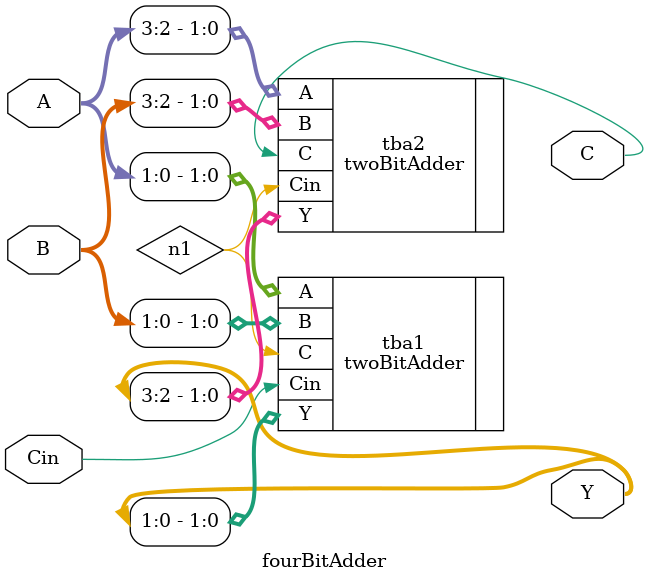
<source format=v>
`timescale 1ns / 1ps

// Dependencies:
// twoBitAdder.v

// Revision:
// Revision 0.01 - File Created
// Additional Comments:
//
// Input:
//   A - 4 bit Input
//   B - 4 bit Input
//   Cin - 1 bit Carry in
// Output:
//   Y - 4 bit Output
//   C - 1 bit Carry out
//////////////////////////////////////////////////////////////////////////////////


module fourBitAdder(
    input [3:0] A,  //Four bit input A
    input [3:0] B,  //Four bit input B
    input Cin,      //One bit carry in
    output [3:0] Y, //Four bit output Y
    output C        //One bit carry out
);
    wire n1;
    twoBitAdder tba1 (
        .A(A[1:0]),
        .B(B[1:0]),
        .Cin(Cin),
        .Y(Y[1:0]),
        .C(n1)
    );

    twoBitAdder tba2 (
        .A(A[3:2]),
        .B(B[3:2]),
        .Cin(n1),
        .Y(Y[3:2]),
        .C(C)
    );
endmodule

</source>
